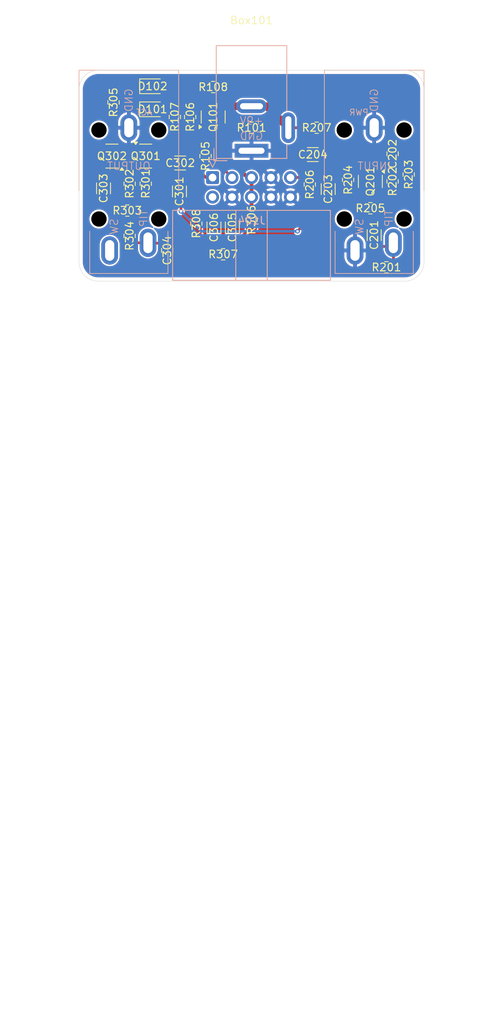
<source format=kicad_pcb>
(kicad_pcb (version 20241229) (generator "pcbnew") (generator_version "9.0")
  (layers (0 "F.Cu" jumper) (2 "B.Cu" signal) (13 "F.Paste" user) (15 "B.Paste" user) (5 "F.SilkS" user "F.Silkscreen") (7 "B.SilkS" user "B.Silkscreen") (1 "F.Mask" user) (3 "B.Mask" user) (25 "Edge.Cuts" user))
  (net 0 "")
  (net 1 "VIN")
  (net 2 "GND")
  (net 3 "IN^{EFF}")
  (net 4 "IN^{CONN}")
  (net 5 "OUT^{CONN}")
  (net 6 "PWRIN")
  (net 7 "Net-(C201-Pad2)")
  (net 8 "Net-(Q301A-D)")
  (net 9 "Net-(Q201A-G)")
  (net 10 "Net-(C303-Pad2)")
  (net 11 "OUT^{EFF}")
  (net 13 "BUFFERED")
  (net 14 "+VA")
  (net 15 "Net-(Q201B-D)")
  (net 16 "Net-(Q201B-S)")
  (net 17 "VBIAS")
  (net 18 "Net-(Q302A-D)")
  (net 19 "Net-(Q301B-D)")
  (net 20 "ON_LOW")
  (net 21 "Net-(Q101B-G)")
  (net 22 "Net-(Q101A-G)")
  (net 23 "GATE")
  (net 24 "Net-(Q301A-S)")
  (net 25 "Net-(Q301B-S)")
  (net 26 "ON_OFF")
  (net 28 "Net-(D101-A)")
  (net 29 "Net-(D102-A)")
  (net 30 "Net-(C305-Pad2)")
  (footprint "Package_TO_SOT_SMD:SOT-23-6" (layer "F.Cu") (at 115.5 57 -90)
    (property "Reference" "Q201" (at 0 0 90) (layer "F.SilkS"))
    (property "Value" "LS844")
    (fp_line (start 0 1.56) (end -0.8 1.56) (stroke (width 0.12)) (layer "F.SilkS"))
    (fp_line (start 0 1.56) (end 0.8 1.56) (stroke (width 0.12)) (layer "F.SilkS"))
    (fp_line (start 0 -1.56) (end -0.8 -1.56) (stroke (width 0.12)) (layer "F.SilkS"))
    (fp_line (start 0 -1.56) (end 0.8 -1.56) (stroke (width 0.12)) (layer "F.SilkS"))
    (fp_poly (pts (xy -1.3 -1.51) (xy -1.54 -1.84) (xy -1.06 -1.84)) (stroke (width 0.12)) (fill yes) (layer "F.SilkS"))
    (pad "1" smd roundrect (at -1.1375 -0.95 270) (size 1.325 0.6) (layers "F.Cu" "F.Mask" "F.Paste") (net 9 "Net-(Q201A-G)"))
    (pad "2" smd roundrect (at -1.1375 0 270) (size 1.325 0.6) (layers "F.Cu" "F.Mask" "F.Paste") (net 14 "+VA"))
    (pad "3" smd roundrect (at -1.1375 0.95 270) (size 1.325 0.6) (layers "F.Cu" "F.Mask" "F.Paste") (net 13 "BUFFERED"))
    (pad "4" smd roundrect (at 1.1375 0.95 270) (size 1.325 0.6) (layers "F.Cu" "F.Mask" "F.Paste") (net 2 "GND"))
    (pad "5" smd roundrect (at 1.1375 0 270) (size 1.325 0.6) (layers "F.Cu" "F.Mask" "F.Paste") (net 15 "Net-(Q201B-D)"))
    (pad "6" smd roundrect (at 1.1375 -0.95 270) (size 1.325 0.6) (layers "F.Cu" "F.Mask" "F.Paste") (net 16 "Net-(Q201B-S)"))
  )
  (footprint "Resistor_SMD:R_0805_2012Metric" (layer "F.Cu") (at 115.5 60.5 180)
    (property "Reference" "R205" (at 0 0 0) (layer "F.SilkS"))
    (property "Value" "2k2")
    (fp_line (start -0.227064 0.735) (end 0.227064 0.735) (stroke (width 0.12)) (layer "F.SilkS"))
    (fp_line (start -0.227064 -0.735) (end 0.227064 -0.735) (stroke (width 0.12)) (layer "F.SilkS"))
    (pad "1" smd roundrect (at -0.9125 0 180) (size 1.025 1.4) (layers "F.Cu" "F.Mask" "F.Paste") (roundrect_rratio 0.243902) (net 16 "Net-(Q201B-S)"))
    (pad "2" smd roundrect (at 0.9125 0 180) (size 1.025 1.4) (layers "F.Cu" "F.Mask" "F.Paste") (roundrect_rratio 0.243902) (net 2 "GND"))
  )
  (footprint "Capacitor_SMD:C_1206_3216Metric" (layer "F.Cu") (at 95.1 63 -90)
    (property "Reference" "C306" (at 0 0 90) (layer "F.SilkS"))
    (property "Value" "10uF")
    (fp_line (start -0.711252 0.91) (end 0.711252 0.91) (stroke (width 0.12)) (layer "F.SilkS"))
    (fp_line (start -0.711252 -0.91) (end 0.711252 -0.91) (stroke (width 0.12)) (layer "F.SilkS"))
    (pad "1" smd roundrect (at -1.475 0 270) (size 1.15 1.8) (layers "F.Cu" "F.Mask" "F.Paste") (roundrect_rratio 0.217391) (net 2 "GND"))
    (pad "2" smd roundrect (at 1.475 0 270) (size 1.15 1.8) (layers "F.Cu" "F.Mask" "F.Paste") (roundrect_rratio 0.217391) (net 17 "VBIAS"))
  )
  (footprint "Package_TO_SOT_SMD:TSOT-23-6" (layer "F.Cu") (at 95 48.6 90)
    (property "Reference" "Q101" (at 0 0 90) (layer "F.SilkS"))
    (property "Value" "DMC3071LVT")
    (fp_line (start 0 -1.56) (end 0.8 -1.56) (stroke (width 0.12)) (layer "F.SilkS"))
    (fp_line (start 0 -1.56) (end -0.8 -1.56) (stroke (width 0.12)) (layer "F.SilkS"))
    (fp_line (start 0 1.56) (end 0.8 1.56) (stroke (width 0.12)) (layer "F.SilkS"))
    (fp_line (start 0 1.56) (end -0.8 1.56) (stroke (width 0.12)) (layer "F.SilkS"))
    (fp_poly (pts (xy -1.3 -1.51) (xy -1.54 -1.84) (xy -1.06 -1.84)) (stroke (width 0.12)) (fill yes) (layer "F.SilkS"))
    (pad "1" smd roundrect (at -1.1375 -0.95 90) (size 1.325 0.6) (layers "F.Cu" "F.Mask" "F.Paste") (net 22 "Net-(Q101A-G)"))
    (pad "2" smd roundrect (at -1.1375 0 90) (size 1.325 0.6) (layers "F.Cu" "F.Mask" "F.Paste") (net 1 "VIN"))
    (pad "3" smd roundrect (at -1.1375 0.95 90) (size 1.325 0.6) (layers "F.Cu" "F.Mask" "F.Paste") (net 21 "Net-(Q101B-G)"))
    (pad "4" smd roundrect (at 1.1375 0.95 90) (size 1.325 0.6) (layers "F.Cu" "F.Mask" "F.Paste") (net 6 "PWRIN"))
    (pad "5" smd roundrect (at 1.1375 0 90) (size 1.325 0.6) (layers "F.Cu" "F.Mask" "F.Paste") (net 2 "GND"))
    (pad "6" smd roundrect (at 1.1375 -0.95 90) (size 1.325 0.6) (layers "F.Cu" "F.Mask" "F.Paste") (net 20 "ON_LOW"))
  )
  (footprint "Resistor_SMD:R_0805_2012Metric" (layer "F.Cu") (at 95 44.7 180)
    (property "Reference" "R108" (at 0 0 0) (layer "F.SilkS"))
    (property "Value" "2k2")
    (fp_line (start -0.227064 0.735) (end 0.227064 0.735) (stroke (width 0.12)) (layer "F.SilkS"))
    (fp_line (start -0.227064 -0.735) (end 0.227064 -0.735) (stroke (width 0.12)) (layer "F.SilkS"))
    (pad "1" smd roundrect (at -0.9125 0 180) (size 1.025 1.4) (layers "F.Cu" "F.Mask" "F.Paste") (roundrect_rratio 0.243902) (net 6 "PWRIN"))
    (pad "2" smd roundrect (at 0.9125 0 180) (size 1.025 1.4) (layers "F.Cu" "F.Mask" "F.Paste") (roundrect_rratio 0.243902) (net 29 "Net-(D102-A)"))
  )
  (footprint "Capacitor_SMD:C_1206_3216Metric" (layer "F.Cu") (at 80.7 57.9 -90)
    (property "Reference" "C303" (at 0 0 90) (layer "F.SilkS"))
    (property "Value" "4.7uF")
    (fp_line (start -0.711252 0.91) (end 0.711252 0.91) (stroke (width 0.12)) (layer "F.SilkS"))
    (fp_line (start -0.711252 -0.91) (end 0.711252 -0.91) (stroke (width 0.12)) (layer "F.SilkS"))
    (pad "1" smd roundrect (at -1.475 0 270) (size 1.15 1.8) (layers "F.Cu" "F.Mask" "F.Paste") (roundrect_rratio 0.217391) (net 18 "Net-(Q302A-D)"))
    (pad "2" smd roundrect (at 1.475 0 270) (size 1.15 1.8) (layers "F.Cu" "F.Mask" "F.Paste") (roundrect_rratio 0.217391) (net 10 "Net-(C303-Pad2)"))
  )
  (footprint "Resistor_SMD:R_0805_2012Metric" (layer "F.Cu") (at 112.6 56.8 -90)
    (property "Reference" "R204" (at 0 0 90) (layer "F.SilkS"))
    (property "Value" "2k2")
    (fp_line (start -0.227064 0.735) (end 0.227064 0.735) (stroke (width 0.12)) (layer "F.SilkS"))
    (fp_line (start -0.227064 -0.735) (end 0.227064 -0.735) (stroke (width 0.12)) (layer "F.SilkS"))
    (pad "1" smd roundrect (at -0.9125 0 270) (size 1.025 1.4) (layers "F.Cu" "F.Mask" "F.Paste") (roundrect_rratio 0.243902) (net 13 "BUFFERED"))
    (pad "2" smd roundrect (at 0.9125 0 270) (size 1.025 1.4) (layers "F.Cu" "F.Mask" "F.Paste") (roundrect_rratio 0.243902) (net 15 "Net-(Q201B-D)"))
  )
  (footprint "Resistor_SMD:R_0805_2012Metric" (layer "F.Cu") (at 84.1 64.1 -90)
    (property "Reference" "R304" (at 0 0 90) (layer "F.SilkS"))
    (property "Value" "1k")
    (fp_line (start -0.227064 0.735) (end 0.227064 0.735) (stroke (width 0.12)) (layer "F.SilkS"))
    (fp_line (start -0.227064 -0.735) (end 0.227064 -0.735) (stroke (width 0.12)) (layer "F.SilkS"))
    (pad "1" smd roundrect (at -0.9125 0 270) (size 1.025 1.4) (layers "F.Cu" "F.Mask" "F.Paste") (roundrect_rratio 0.243902) (net 10 "Net-(C303-Pad2)"))
    (pad "2" smd roundrect (at 0.9125 0 270) (size 1.025 1.4) (layers "F.Cu" "F.Mask" "F.Paste") (roundrect_rratio 0.243902) (net 5 "OUT^{CONN}"))
  )
  (footprint "Capacitor_SMD:C_0805_2012Metric" (layer "F.Cu") (at 118.4 53.4 90)
    (property "Reference" "C202" (at 0 0 90) (layer "F.SilkS"))
    (property "Value" "150pF")
    (fp_line (start -0.261252 -0.735) (end 0.261252 -0.735) (stroke (width 0.12)) (layer "F.SilkS"))
    (fp_line (start -0.261252 0.735) (end 0.261252 0.735) (stroke (width 0.12)) (layer "F.SilkS"))
    (pad "1" smd roundrect (at -0.95 0 90) (size 1 1.45) (layers "F.Cu" "F.Mask" "F.Paste") (net 9 "Net-(Q201A-G)"))
    (pad "2" smd roundrect (at 0.95 0 90) (size 1 1.45) (layers "F.Cu" "F.Mask" "F.Paste") (net 2 "GND"))
  )
  (footprint "Resistor_SMD:R_0805_2012Metric" (layer "F.Cu") (at 120.5 56.1 -90)
    (property "Reference" "R203" (at 0 0 90) (layer "F.SilkS"))
    (property "Value" "1MEG")
    (fp_line (start -0.227064 0.735) (end 0.227064 0.735) (stroke (width 0.12)) (layer "F.SilkS"))
    (fp_line (start -0.227064 -0.735) (end 0.227064 -0.735) (stroke (width 0.12)) (layer "F.SilkS"))
    (pad "1" smd roundrect (at -0.9125 0 270) (size 1.025 1.4) (layers "F.Cu" "F.Mask" "F.Paste") (roundrect_rratio 0.243902) (net 9 "Net-(Q201A-G)"))
    (pad "2" smd roundrect (at 0.9125 0 270) (size 1.025 1.4) (layers "F.Cu" "F.Mask" "F.Paste") (roundrect_rratio 0.243902) (net 15 "Net-(Q201B-D)"))
  )
  (footprint "Resistor_SMD:R_0805_2012Metric" (layer "F.Cu") (at 100 50)
    (property "Reference" "R101" (at 0 0 0) (layer "F.SilkS"))
    (property "Value" "100k")
    (fp_line (start -0.227064 -0.735) (end 0.227064 -0.735) (stroke (width 0.12)) (layer "F.SilkS"))
    (fp_line (start -0.227064 0.735) (end 0.227064 0.735) (stroke (width 0.12)) (layer "F.SilkS"))
    (pad "1" smd roundrect (at -0.9125 0) (size 1.025 1.4) (layers "F.Cu" "F.Mask" "F.Paste") (roundrect_rratio 0.243902) (net 21 "Net-(Q101B-G)"))
    (pad "2" smd roundrect (at 0.9125 0) (size 1.025 1.4) (layers "F.Cu" "F.Mask" "F.Paste") (roundrect_rratio 0.243902) (net 2 "GND"))
  )
  (footprint "LED_SMD:LED_0805_2012Metric" (layer "F.Cu") (at 87.1 44.6)
    (property "Reference" "D102" (at 0 0 0) (layer "F.SilkS"))
    (property "Value" "LED")
    (fp_line (start -1.685 -0.96) (end -1.685 0.96) (stroke (width 0.12)) (layer "F.SilkS"))
    (fp_line (start -1.685 0.96) (end 1 0.96) (stroke (width 0.12)) (layer "F.SilkS"))
    (fp_line (start 1 -0.96) (end -1.685 -0.96) (stroke (width 0.12)) (layer "F.SilkS"))
    (pad "1" smd roundrect (at -0.9375 0) (size 0.975 1.4) (layers "F.Cu" "F.Mask" "F.Paste") (net 20 "ON_LOW"))
    (pad "2" smd roundrect (at 0.9375 0) (size 0.975 1.4) (layers "F.Cu" "F.Mask" "F.Paste") (net 29 "Net-(D102-A)"))
  )
  (footprint "Resistor_SMD:R_0805_2012Metric" (layer "F.Cu") (at 96.3 66.5)
    (property "Reference" "R307" (at 0 0 0) (layer "F.SilkS"))
    (property "Value" "2k2")
    (fp_line (start -0.227064 -0.735) (end 0.227064 -0.735) (stroke (width 0.12)) (layer "F.SilkS"))
    (fp_line (start -0.227064 0.735) (end 0.227064 0.735) (stroke (width 0.12)) (layer "F.SilkS"))
    (pad "1" smd roundrect (at -0.9125 0) (size 1.025 1.4) (layers "F.Cu" "F.Mask" "F.Paste") (roundrect_rratio 0.243902) (net 17 "VBIAS"))
    (pad "2" smd roundrect (at 0.9125 0) (size 1.025 1.4) (layers "F.Cu" "F.Mask" "F.Paste") (roundrect_rratio 0.243902) (net 30 "Net-(C305-Pad2)"))
  )
  (footprint "Resistor_SMD:R_0805_2012Metric" (layer "F.Cu") (at 82 46.7 -90)
    (property "Reference" "R305" (at 0 0 90) (layer "F.SilkS"))
    (property "Value" "10MEG")
    (fp_line (start -0.227064 0.735) (end 0.227064 0.735) (stroke (width 0.12)) (layer "F.SilkS"))
    (fp_line (start -0.227064 -0.735) (end 0.227064 -0.735) (stroke (width 0.12)) (layer "F.SilkS"))
    (pad "1" smd roundrect (at -0.9125 0 270) (size 1.025 1.4) (layers "F.Cu" "F.Mask" "F.Paste") (roundrect_rratio 0.243902) (net 20 "ON_LOW"))
    (pad "2" smd roundrect (at 0.9125 0 270) (size 1.025 1.4) (layers "F.Cu" "F.Mask" "F.Paste") (roundrect_rratio 0.243902) (net 23 "GATE"))
  )
  (footprint "Capacitor_SMD:C_0805_2012Metric" (layer "F.Cu") (at 89 66 -90)
    (property "Reference" "C304" (at 0 0 90) (layer "F.SilkS"))
    (property "Value" "150pF")
    (fp_line (start -0.261252 0.735) (end 0.261252 0.735) (stroke (width 0.12)) (layer "F.SilkS"))
    (fp_line (start -0.261252 -0.735) (end 0.261252 -0.735) (stroke (width 0.12)) (layer "F.SilkS"))
    (pad "1" smd roundrect (at -0.95 0 270) (size 1 1.45) (layers "F.Cu" "F.Mask" "F.Paste") (net 5 "OUT^{CONN}"))
    (pad "2" smd roundrect (at 0.95 0 270) (size 1 1.45) (layers "F.Cu" "F.Mask" "F.Paste") (net 2 "GND"))
  )
  (footprint "Resistor_SMD:R_0805_2012Metric" (layer "F.Cu") (at 83.8 60.8 180)
    (property "Reference" "R303" (at 0 0 0) (layer "F.SilkS"))
    (property "Value" "1MEG")
    (fp_line (start -0.227064 0.735) (end 0.227064 0.735) (stroke (width 0.12)) (layer "F.SilkS"))
    (fp_line (start -0.227064 -0.735) (end 0.227064 -0.735) (stroke (width 0.12)) (layer "F.SilkS"))
    (pad "1" smd roundrect (at -0.9125 0 180) (size 1.025 1.4) (layers "F.Cu" "F.Mask" "F.Paste") (roundrect_rratio 0.243902) (net 2 "GND"))
    (pad "2" smd roundrect (at 0.9125 0 180) (size 1.025 1.4) (layers "F.Cu" "F.Mask" "F.Paste") (roundrect_rratio 0.243902) (net 10 "Net-(C303-Pad2)"))
  )
  (footprint "Capacitor_SMD:C_1206_3216Metric" (layer "F.Cu") (at 108 53.5 180)
    (property "Reference" "C204" (at 0 0 0) (layer "F.SilkS"))
    (property "Value" "22uF")
    (fp_line (start -0.711252 0.91) (end 0.711252 0.91) (stroke (width 0.12)) (layer "F.SilkS"))
    (fp_line (start -0.711252 -0.91) (end 0.711252 -0.91) (stroke (width 0.12)) (layer "F.SilkS"))
    (pad "1" smd roundrect (at -1.475 0 180) (size 1.15 1.8) (layers "F.Cu" "F.Mask" "F.Paste") (roundrect_rratio 0.217391) (net 14 "+VA"))
    (pad "2" smd roundrect (at 1.475 0 180) (size 1.15 1.8) (layers "F.Cu" "F.Mask" "F.Paste") (roundrect_rratio 0.217391) (net 2 "GND"))
  )
  (footprint "Capacitor_SMD:C_1206_3216Metric" (layer "F.Cu") (at 90.7 54.6 180)
    (property "Reference" "C302" (at 0 0 0) (layer "F.SilkS"))
    (property "Value" "4.7uF")
    (fp_line (start -0.711252 0.91) (end 0.711252 0.91) (stroke (width 0.12)) (layer "F.SilkS"))
    (fp_line (start -0.711252 -0.91) (end 0.711252 -0.91) (stroke (width 0.12)) (layer "F.SilkS"))
    (pad "1" smd roundrect (at -1.475 0 180) (size 1.15 1.8) (layers "F.Cu" "F.Mask" "F.Paste") (roundrect_rratio 0.217391) (net 11 "OUT^{EFF}"))
    (pad "2" smd roundrect (at 1.475 0 180) (size 1.15 1.8) (layers "F.Cu" "F.Mask" "F.Paste") (roundrect_rratio 0.217391) (net 19 "Net-(Q301B-D)"))
  )
  (footprint "Resistor_SMD:R_0805_2012Metric" (layer "F.Cu") (at 86.2 57.3 -90)
    (property "Reference" "R301" (at 0 0 90) (layer "F.SilkS"))
    (property "Value" "1MEG")
    (fp_line (start -0.227064 0.735) (end 0.227064 0.735) (stroke (width 0.12)) (layer "F.SilkS"))
    (fp_line (start -0.227064 -0.735) (end 0.227064 -0.735) (stroke (width 0.12)) (layer "F.SilkS"))
    (pad "1" smd roundrect (at -0.9125 0 270) (size 1.025 1.4) (layers "F.Cu" "F.Mask" "F.Paste") (roundrect_rratio 0.243902) (net 24 "Net-(Q301A-S)"))
    (pad "2" smd roundrect (at 0.9125 0 270) (size 1.025 1.4) (layers "F.Cu" "F.Mask" "F.Paste") (roundrect_rratio 0.243902) (net 17 "VBIAS"))
  )
  (footprint "Package_TO_SOT_SMD:TSOT-23-6" (layer "F.Cu") (at 86.1925 53.7)
    (property "Reference" "Q301" (at 0 0 0) (layer "F.SilkS"))
    (property "Value" "DMC3071LVT")
    (fp_line (start 0 -1.56) (end -0.8 -1.56) (stroke (width 0.12)) (layer "F.SilkS"))
    (fp_line (start 0 -1.56) (end 0.8 -1.56) (stroke (width 0.12)) (layer "F.SilkS"))
    (fp_line (start 0 1.56) (end -0.8 1.56) (stroke (width 0.12)) (layer "F.SilkS"))
    (fp_line (start 0 1.56) (end 0.8 1.56) (stroke (width 0.12)) (layer "F.SilkS"))
    (fp_poly (pts (xy -1.3 -1.51) (xy -1.54 -1.84) (xy -1.06 -1.84)) (stroke (width 0.12)) (fill yes) (layer "F.SilkS"))
    (pad "1" smd roundrect (at -1.1375 -0.95) (size 1.325 0.6) (layers "F.Cu" "F.Mask" "F.Paste") (net 23 "GATE"))
    (pad "2" smd roundrect (at -1.1375 0) (size 1.325 0.6) (layers "F.Cu" "F.Mask" "F.Paste") (net 25 "Net-(Q301B-S)"))
    (pad "3" smd roundrect (at -1.1375 0.95) (size 1.325 0.6) (layers "F.Cu" "F.Mask" "F.Paste") (net 23 "GATE"))
    (pad "4" smd roundrect (at 1.1375 0.95) (size 1.325 0.6) (layers "F.Cu" "F.Mask" "F.Paste") (net 19 "Net-(Q301B-D)"))
    (pad "5" smd roundrect (at 1.1375 0) (size 1.325 0.6) (layers "F.Cu" "F.Mask" "F.Paste") (net 24 "Net-(Q301A-S)"))
    (pad "6" smd roundrect (at 1.1375 -0.95) (size 1.325 0.6) (layers "F.Cu" "F.Mask" "F.Paste") (net 8 "Net-(Q301A-D)"))
  )
  (footprint "Package_TO_SOT_SMD:TSOT-23-6" (layer "F.Cu") (at 81.7925 53.7 180)
    (property "Reference" "Q302" (at 0 0 0) (layer "F.SilkS"))
    (property "Value" "DMC3071LVT")
    (fp_line (start 0 1.56) (end 0.8 1.56) (stroke (width 0.12)) (layer "F.SilkS"))
    (fp_line (start 0 1.56) (end -0.8 1.56) (stroke (width 0.12)) (layer "F.SilkS"))
    (fp_line (start 0 -1.56) (end 0.8 -1.56) (stroke (width 0.12)) (layer "F.SilkS"))
    (fp_line (start 0 -1.56) (end -0.8 -1.56) (stroke (width 0.12)) (layer "F.SilkS"))
    (fp_poly (pts (xy -1.3 -1.51) (xy -1.54 -1.84) (xy -1.06 -1.84)) (stroke (width 0.12)) (fill yes) (layer "F.SilkS"))
    (pad "1" smd roundrect (at -1.1375 -0.95 180) (size 1.325 0.6) (layers "F.Cu" "F.Mask" "F.Paste") (net 23 "GATE"))
    (pad "2" smd roundrect (at -1.1375 0 180) (size 1.325 0.6) (layers "F.Cu" "F.Mask" "F.Paste") (net 25 "Net-(Q301B-S)"))
    (pad "3" smd roundrect (at -1.1375 0.95 180) (size 1.325 0.6) (layers "F.Cu" "F.Mask" "F.Paste") (net 23 "GATE"))
    (pad "4" smd roundrect (at 1.1375 0.95 180) (size 1.325 0.6) (layers "F.Cu" "F.Mask" "F.Paste") (net 18 "Net-(Q302A-D)"))
    (pad "5" smd roundrect (at 1.1375 0 180) (size 1.325 0.6) (layers "F.Cu" "F.Mask" "F.Paste") (net 24 "Net-(Q301A-S)"))
    (pad "6" smd roundrect (at 1.1375 -0.95 180) (size 1.325 0.6) (layers "F.Cu" "F.Mask" "F.Paste") (net 18 "Net-(Q302A-D)"))
  )
  (footprint "Resistor_SMD:R_0805_2012Metric" (layer "F.Cu") (at 100 62 90)
    (property "Reference" "R306" (at 0 0 90) (layer "F.SilkS"))
    (property "Value" "2k2")
    (fp_line (start -0.227064 -0.735) (end 0.227064 -0.735) (stroke (width 0.12)) (layer "F.SilkS"))
    (fp_line (start -0.227064 0.735) (end 0.227064 0.735) (stroke (width 0.12)) (layer "F.SilkS"))
    (pad "1" smd roundrect (at -0.9125 0 90) (size 1.025 1.4) (layers "F.Cu" "F.Mask" "F.Paste") (roundrect_rratio 0.243902) (net 30 "Net-(C305-Pad2)"))
    (pad "2" smd roundrect (at 0.9125 0 90) (size 1.025 1.4) (layers "F.Cu" "F.Mask" "F.Paste") (roundrect_rratio 0.243902) (net 1 "VIN"))
  )
  (footprint "LED_SMD:LED_0805_2012Metric" (layer "F.Cu") (at 87.1 47.6)
    (property "Reference" "D101" (at 0 0 0) (layer "F.SilkS"))
    (property "Value" "LED")
    (fp_line (start -1.685 -0.96) (end -1.685 0.96) (stroke (width 0.12)) (layer "F.SilkS"))
    (fp_line (start -1.685 0.96) (end 1 0.96) (stroke (width 0.12)) (layer "F.SilkS"))
    (fp_line (start 1 -0.96) (end -1.685 -0.96) (stroke (width 0.12)) (layer "F.SilkS"))
    (pad "1" smd roundrect (at -0.9375 0) (size 0.975 1.4) (layers "F.Cu" "F.Mask" "F.Paste") (net 2 "GND"))
    (pad "2" smd roundrect (at 0.9375 0) (size 0.975 1.4) (layers "F.Cu" "F.Mask" "F.Paste") (net 28 "Net-(D101-A)"))
  )
  (footprint "Resistor_SMD:R_0805_2012Metric" (layer "F.Cu") (at 107.6 57.4 -90)
    (property "Reference" "R206" (at 0 0 90) (layer "F.SilkS"))
    (property "Value" "1MEG")
    (fp_line (start -0.227064 0.735) (end 0.227064 0.735) (stroke (width 0.12)) (layer "F.SilkS"))
    (fp_line (start -0.227064 -0.735) (end 0.227064 -0.735) (stroke (width 0.12)) (layer "F.SilkS"))
    (pad "1" smd roundrect (at -0.9125 0 270) (size 1.025 1.4) (layers "F.Cu" "F.Mask" "F.Paste") (roundrect_rratio 0.243902) (net 3 "IN^{EFF}"))
    (pad "2" smd roundrect (at 0.9125 0 270) (size 1.025 1.4) (layers "F.Cu" "F.Mask" "F.Paste") (roundrect_rratio 0.243902) (net 2 "GND"))
  )
  (footprint "Capacitor_SMD:C_1206_3216Metric" (layer "F.Cu") (at 116 64 90)
    (property "Reference" "C201" (at 0 0 90) (layer "F.SilkS"))
    (property "Value" "4.7uF")
    (fp_line (start -0.711252 -0.91) (end 0.711252 -0.91) (stroke (width 0.12)) (layer "F.SilkS"))
    (fp_line (start -0.711252 0.91) (end 0.711252 0.91) (stroke (width 0.12)) (layer "F.SilkS"))
    (pad "1" smd roundrect (at -1.475 0 90) (size 1.15 1.8) (layers "F.Cu" "F.Mask" "F.Paste") (roundrect_rratio 0.217391) (net 4 "IN^{CONN}"))
    (pad "2" smd roundrect (at 1.475 0 90) (size 1.15 1.8) (layers "F.Cu" "F.Mask" "F.Paste") (roundrect_rratio 0.217391) (net 7 "Net-(C201-Pad2)"))
  )
  (footprint "Resistor_SMD:R_0805_2012Metric" (layer "F.Cu") (at 84.1 57.3 90)
    (property "Reference" "R302" (at 0 0 90) (layer "F.SilkS"))
    (property "Value" "1MEG")
    (fp_line (start -0.227064 -0.735) (end 0.227064 -0.735) (stroke (width 0.12)) (layer "F.SilkS"))
    (fp_line (start -0.227064 0.735) (end 0.227064 0.735) (stroke (width 0.12)) (layer "F.SilkS"))
    (pad "1" smd roundrect (at -0.9125 0 90) (size 1.025 1.4) (layers "F.Cu" "F.Mask" "F.Paste") (roundrect_rratio 0.243902) (net 17 "VBIAS"))
    (pad "2" smd roundrect (at 0.9125 0 90) (size 1.025 1.4) (layers "F.Cu" "F.Mask" "F.Paste") (roundrect_rratio 0.243902) (net 25 "Net-(Q301B-S)"))
  )
  (footprint "Capacitor_SMD:C_1206_3216Metric" (layer "F.Cu") (at 110 58 90)
    (property "Reference" "C203" (at 0 0 90) (layer "F.SilkS"))
    (property "Value" "4.7uF")
    (fp_line (start -0.711252 -0.91) (end 0.711252 -0.91) (stroke (width 0.12)) (layer "F.SilkS"))
    (fp_line (start -0.711252 0.91) (end 0.711252 0.91) (stroke (width 0.12)) (layer "F.SilkS"))
    (pad "1" smd roundrect (at -1.475 0 90) (size 1.15 1.8) (layers "F.Cu" "F.Mask" "F.Paste") (roundrect_rratio 0.217391) (net 13 "BUFFERED"))
    (pad "2" smd roundrect (at 1.475 0 90) (size 1.15 1.8) (layers "F.Cu" "F.Mask" "F.Paste") (roundrect_rratio 0.217391) (net 3 "IN^{EFF}"))
  )
  (footprint "Resistor_SMD:R_0805_2012Metric" (layer "F.Cu") (at 92.8 62.5 -90)
    (property "Reference" "R308" (at 0 0 90) (layer "F.SilkS"))
    (property "Value" "4k7")
    (fp_line (start -0.227064 0.735) (end 0.227064 0.735) (stroke (width 0.12)) (layer "F.SilkS"))
    (fp_line (start -0.227064 -0.735) (end 0.227064 -0.735) (stroke (width 0.12)) (layer "F.SilkS"))
    (pad "1" smd roundrect (at -0.9125 0 270) (size 1.025 1.4) (layers "F.Cu" "F.Mask" "F.Paste") (roundrect_rratio 0.243902) (net 2 "GND"))
    (pad "2" smd roundrect (at 0.9125 0 270) (size 1.025 1.4) (layers "F.Cu" "F.Mask" "F.Paste") (roundrect_rratio 0.243902) (net 17 "VBIAS"))
  )
  (footprint "Resistor_SMD:R_0805_2012Metric" (layer "F.Cu") (at 92 48.6 90)
    (property "Reference" "R106" (at 0 0 90) (layer "F.SilkS"))
    (property "Value" "100k")
    (fp_line (start -0.227064 -0.735) (end 0.227064 -0.735) (stroke (width 0.12)) (layer "F.SilkS"))
    (fp_line (start -0.227064 0.735) (end 0.227064 0.735) (stroke (width 0.12)) (layer "F.SilkS"))
    (pad "1" smd roundrect (at -0.9125 0 90) (size 1.025 1.4) (layers "F.Cu" "F.Mask" "F.Paste") (roundrect_rratio 0.243902) (net 1 "VIN"))
    (pad "2" smd roundrect (at 0.9125 0 90) (size 1.025 1.4) (layers "F.Cu" "F.Mask" "F.Paste") (roundrect_rratio 0.243902) (net 20 "ON_LOW"))
  )
  (footprint "Resistor_SMD:R_0805_2012Metric" (layer "F.Cu") (at 118.4 57 90)
    (property "Reference" "R202" (at 0 0 90) (layer "F.SilkS"))
    (property "Value" "1k")
    (fp_line (start -0.227064 -0.735) (end 0.227064 -0.735) (stroke (width 0.12)) (layer "F.SilkS"))
    (fp_line (start -0.227064 0.735) (end 0.227064 0.735) (stroke (width 0.12)) (layer "F.SilkS"))
    (pad "1" smd roundrect (at -0.9125 0 90) (size 1.025 1.4) (layers "F.Cu" "F.Mask" "F.Paste") (roundrect_rratio 0.243902) (net 7 "Net-(C201-Pad2)"))
    (pad "2" smd roundrect (at 0.9125 0 90) (size 1.025 1.4) (layers "F.Cu" "F.Mask" "F.Paste") (roundrect_rratio 0.243902) (net 9 "Net-(Q201A-G)"))
  )
  (footprint "Capacitor_SMD:C_1206_3216Metric" (layer "F.Cu") (at 90.6 58.3 90)
    (property "Reference" "C301" (at 0 0 90) (layer "F.SilkS"))
    (property "Value" "4.7uF")
    (fp_line (start -0.711252 -0.91) (end 0.711252 -0.91) (stroke (width 0.12)) (layer "F.SilkS"))
    (fp_line (start -0.711252 0.91) (end 0.711252 0.91) (stroke (width 0.12)) (layer "F.SilkS"))
    (pad "1" smd roundrect (at -1.475 0 90) (size 1.15 1.8) (layers "F.Cu" "F.Mask" "F.Paste") (roundrect_rratio 0.217391) (net 13 "BUFFERED"))
    (pad "2" smd roundrect (at 1.475 0 90) (size 1.15 1.8) (layers "F.Cu" "F.Mask" "F.Paste") (roundrect_rratio 0.217391) (net 8 "Net-(Q301A-D)"))
  )
  (footprint "Capacitor_SMD:C_1206_3216Metric" (layer "F.Cu") (at 97.5 63 -90)
    (property "Reference" "C305" (at 0 0 90) (layer "F.SilkS"))
    (property "Value" "10uF")
    (fp_line (start -0.711252 0.91) (end 0.711252 0.91) (stroke (width 0.12)) (layer "F.SilkS"))
    (fp_line (start -0.711252 -0.91) (end 0.711252 -0.91) (stroke (width 0.12)) (layer "F.SilkS"))
    (pad "1" smd roundrect (at -1.475 0 270) (size 1.15 1.8) (layers "F.Cu" "F.Mask" "F.Paste") (roundrect_rratio 0.217391) (net 2 "GND"))
    (pad "2" smd roundrect (at 1.475 0 270) (size 1.15 1.8) (layers "F.Cu" "F.Mask" "F.Paste") (roundrect_rratio 0.217391) (net 30 "Net-(C305-Pad2)"))
  )
  (footprint "Mylib:125B" (layer "F.Cu") (at 100 100)
    (property "Reference" "Box101" (at 0 -64 0) (layer "F.SilkS") (effects (font (thickness 0.1))))
    (property "Value" "125B")
  )
  (footprint "Resistor_SMD:R_0805_2012Metric" (layer "F.Cu") (at 90 48.6 90)
    (property "Reference" "R107" (at 0 0 90) (layer "F.SilkS"))
    (property "Value" "2k2")
    (fp_line (start -0.227064 -0.735) (end 0.227064 -0.735) (stroke (width 0.12)) (layer "F.SilkS"))
    (fp_line (start -0.227064 0.735) (end 0.227064 0.735) (stroke (width 0.12)) (layer "F.SilkS"))
    (pad "1" smd roundrect (at -0.9125 0 90) (size 1.025 1.4) (layers "F.Cu" "F.Mask" "F.Paste") (roundrect_rratio 0.243902) (net 1 "VIN"))
    (pad "2" smd roundrect (at 0.9125 0 90) (size 1.025 1.4) (layers "F.Cu" "F.Mask" "F.Paste") (roundrect_rratio 0.243902) (net 28 "Net-(D101-A)"))
  )
  (footprint "Resistor_SMD:R_0805_2012Metric" (layer "F.Cu") (at 117.6 68.2 180)
    (property "Reference" "R201" (at 0 0 0) (layer "F.SilkS"))
    (property "Value" "1MEG")
    (fp_line (start -0.227064 0.735) (end 0.227064 0.735) (stroke (width 0.12)) (layer "F.SilkS"))
    (fp_line (start -0.227064 -0.735) (end 0.227064 -0.735) (stroke (width 0.12)) (layer "F.SilkS"))
    (pad "1" smd roundrect (at -0.9125 0 180) (size 1.025 1.4) (layers "F.Cu" "F.Mask" "F.Paste") (roundrect_rratio 0.243902) (net 4 "IN^{CONN}"))
    (pad "2" smd roundrect (at 0.9125 0 180) (size 1.025 1.4) (layers "F.Cu" "F.Mask" "F.Paste") (roundrect_rratio 0.243902) (net 2 "GND"))
  )
  (footprint "Resistor_SMD:R_0805_2012Metric" (layer "F.Cu") (at 108.5 50)
    (property "Reference" "R207" (at 0 0 0) (layer "F.SilkS"))
    (property "Value" "220R")
    (fp_line (start -0.227064 -0.735) (end 0.227064 -0.735) (stroke (width 0.12)) (layer "F.SilkS"))
    (fp_line (start -0.227064 0.735) (end 0.227064 0.735) (stroke (width 0.12)) (layer "F.SilkS"))
    (pad "1" smd roundrect (at -0.9125 0) (size 1.025 1.4) (layers "F.Cu" "F.Mask" "F.Paste") (roundrect_rratio 0.243902) (net 6 "PWRIN"))
    (pad "2" smd roundrect (at 0.9125 0) (size 1.025 1.4) (layers "F.Cu" "F.Mask" "F.Paste") (roundrect_rratio 0.243902) (net 14 "+VA"))
  )
  (footprint "Resistor_SMD:R_0805_2012Metric" (layer "F.Cu") (at 94 53.7 90)
    (property "Reference" "R105" (at 0 0 90) (layer "F.SilkS"))
    (property "Value" "100k")
    (fp_line (start -0.227064 -0.735) (end 0.227064 -0.735) (stroke (width 0.12)) (layer "F.SilkS"))
    (fp_line (start -0.227064 0.735) (end 0.227064 0.735) (stroke (width 0.12)) (layer "F.SilkS"))
    (pad "1" smd roundrect (at -0.9125 0 90) (size 1.025 1.4) (layers "F.Cu" "F.Mask" "F.Paste") (roundrect_rratio 0.243902) (net 26 "ON_OFF"))
    (pad "2" smd roundrect (at 0.9125 0 90) (size 1.025 1.4) (layers "F.Cu" "F.Mask" "F.Paste") (roundrect_rratio 0.243902) (net 22 "Net-(Q101A-G)"))
  )
  (footprint "Mylib:CK-6.35" (layer "B.Cu") (at 84 50 -90)
    (property "Reference" "J103" (hide yes))
    (property "Value" "AudioJack2_Ground" (hide yes))
    (fp_line (start -7.5 6.5) (end 8.2 6.5) (stroke (width 0.1)) (layer "B.SilkS"))
    (fp_line (start -7.5 6.5) (end -7.5 -6.5) (stroke (width 0.1)) (layer "B.SilkS"))
    (fp_line (start 13.5 5.1) (end 19 5.1) (stroke (width 0.1)) (layer "B.SilkS"))
    (fp_line (start 19 5.1) (end 19 -5.1) (stroke (width 0.1)) (layer "B.SilkS"))
    (fp_line (start 19 -5.1) (end 13.5 -5.1) (stroke (width 0.1)) (layer "B.SilkS"))
    (fp_line (start -7.5 -6.5) (end 8.2 -6.5) (stroke (width 0.1)) (layer "B.SilkS"))
    (fp_text user "GND" (at -2 0 90) (layer "B.SilkS") (effects (font (thickness 0.1)) (justify right mirror)))
    (fp_text user "SW" (at 14 2.5 90) (layer "B.SilkS") (effects (font (thickness 0.1)) (justify right top mirror)))
    (fp_text user "TIP" (at 13 -2.5 90) (layer "B.SilkS") (effects (font (thickness 0.1)) (justify right bottom mirror)))
    (pad "" np_thru_hole circle (at 0.3 -3.9 270) (size 2.54 2.54) (drill 2) (layers "*.Mask"))
    (pad "" np_thru_hole circle (at 0.3 3.9 270) (size 2.54 2.54) (drill 2) (layers "*.Mask"))
    (pad "" np_thru_hole circle (at 11.9 -3.9 270) (size 2.54 2.54) (drill 2) (layers "*.Mask"))
    (pad "" np_thru_hole circle (at 11.9 3.9 270) (size 2.54 2.54) (drill 2) (layers "*.Mask"))
    (pad "G" thru_hole oval (at 0 0 270) (size 3.5 2.2) (drill oval 2.5 1.2) (layers "*.Cu" "*.Mask") (net 2 "GND"))
    (pad "S" thru_hole oval (at 16 2.5 270) (size 3.7 2.2) (drill oval 2.7 1.2) (layers "*.Cu" "*.Mask"))
    (pad "T" thru_hole oval (at 15 -2.5 270) (size 3.7 2.2) (drill oval 2.7 1.2) (layers "*.Cu" "*.Mask") (net 5 "OUT^{CONN}"))
  )
  (footprint "Connector_BarrelJack:BarrelJack_Wuerth_6941xx301002" (layer "B.Cu") (at 100 53)
    (property "Reference" "J101" (hide yes))
    (property "Value" "Barrel_Jack_Switch")
    (fp_line (start -4.9 1.3) (end -4.9 -0.3) (stroke (width 0.12)) (layer "B.SilkS"))
    (fp_line (start -4.6 -13.7) (end -4.6 1) (stroke (width 0.12)) (layer "B.SilkS"))
    (fp_line (start -4.6 1) (end -2.5 1) (stroke (width 0.12)) (layer "B.SilkS"))
    (fp_line (start -3.2 1.3) (end -4.9 1.3) (stroke (width 0.12)) (layer "B.SilkS"))
    (fp_line (start 2.5 1) (end 4.6 1) (stroke (width 0.12)) (layer "B.SilkS"))
    (fp_line (start 4.6 -13.7) (end -4.6 -13.7) (stroke (width 0.12)) (layer "B.SilkS"))
    (fp_line (start 4.6 -5.2) (end 4.6 -13.7) (stroke (width 0.12)) (layer "B.SilkS"))
    (fp_line (start 4.6 1) (end 4.6 -0.8) (stroke (width 0.12)) (layer "B.SilkS"))
    (pad "1" thru_hole rect (at 0 0) (size 4.4 1.8) (drill oval 3.4 0.8) (layers "*.Cu" "*.Mask") (net 2 "GND"))
    (pad "2" thru_hole oval (at 0 -5.8) (size 4 1.8) (drill oval 3 0.8) (layers "*.Cu" "*.Mask") (net 6 "PWRIN"))
    (pad "3" thru_hole oval (at 4.8 -3 270) (size 4 1.8) (drill oval 3 0.8) (layers "*.Cu" "*.Mask") (net 6 "PWRIN"))
  )
  (footprint "Connector_IDC:IDC-Header_2x05_P2.54mm_Horizontal" (layer "B.Cu") (at 94.92 56.5 -90)
    (property "Reference" "J104" (at 5.6 -5.08 0) (layer "B.SilkS") (effects (justify mirror)))
    (property "Value" "Conn_02x05_Odd_Even")
    (fp_line (start 4.27 5.21) (end 13.39 5.21) (stroke (width 0.12)) (layer "B.SilkS"))
    (fp_line (start 13.39 5.21) (end 13.39 -15.37) (stroke (width 0.12)) (layer "B.SilkS"))
    (fp_line (start -2.35 0.5) (end -2.35 -0.5) (stroke (width 0.12)) (layer "B.SilkS"))
    (fp_line (start -1.35 0) (end -2.35 0.5) (stroke (width 0.12)) (layer "B.SilkS"))
    (fp_line (start -2.35 -0.5) (end -1.35 0) (stroke (width 0.12)) (layer "B.SilkS"))
    (fp_line (start 4.27 -3.03) (end 13.39 -3.03) (stroke (width 0.12)) (layer "B.SilkS"))
    (fp_line (start 4.27 -7.13) (end 13.39 -7.13) (stroke (width 0.12)) (layer "B.SilkS"))
    (fp_line (start 4.27 -15.37) (end 4.27 5.21) (stroke (width 0.12)) (layer "B.SilkS"))
    (fp_line (start 13.39 -15.37) (end 4.27 -15.37) (stroke (width 0.12)) (layer "B.SilkS"))
    (pad "1" thru_hole roundrect (at 0 0 270) (size 1.7 1.7) (drill 1) (layers "*.Cu" "*.Mask") (roundrect_rratio 0.147059) (net 11 "OUT^{EFF}"))
    (pad "2" thru_hole circle (at 2.54 0 270) (size 1.7 1.7) (drill 1) (layers "*.Cu" "*.Mask"))
    (pad "3" thru_hole circle (at 0 -2.54 270) (size 1.7 1.7) (drill 1) (layers "*.Cu" "*.Mask") (net 26 "ON_OFF"))
    (pad "4" thru_hole circle (at 2.54 -2.54 270) (size 1.7 1.7) (drill 1) (layers "*.Cu" "*.Mask") (net 2 "GND"))
    (pad "5" thru_hole circle (at 0 -5.08 270) (size 1.7 1.7) (drill 1) (layers "*.Cu" "*.Mask") (net 1 "VIN"))
    (pad "6" thru_hole circle (at 2.54 -5.08 270) (size 1.7 1.7) (drill 1) (layers "*.Cu" "*.Mask") (net 1 "VIN"))
    (pad "7" thru_hole circle (at 0 -7.62 270) (size 1.7 1.7) (drill 1) (layers "*.Cu" "*.Mask") (net 2 "GND"))
    (pad "8" thru_hole circle (at 2.54 -7.62 270) (size 1.7 1.7) (drill 1) (layers "*.Cu" "*.Mask") (net 2 "GND"))
    (pad "9" thru_hole circle (at 0 -10.16 270) (size 1.7 1.7) (drill 1) (layers "*.Cu" "*.Mask") (net 3 "IN^{EFF}"))
    (pad "10" thru_hole circle (at 2.54 -10.16 270) (size 1.7 1.7) (drill 1) (layers "*.Cu" "*.Mask") (net 2 "GND"))
  )
  (footprint "Mylib:CK-6.35" (layer "B.Cu") (at 116 50 -90)
    (property "Reference" "J102" (hide yes))
    (property "Value" "AudioJack2_Ground" (hide yes))
    (fp_line (start -7.5 6.5) (end 8.2 6.5) (stroke (width 0.1)) (layer "B.SilkS"))
    (fp_line (start -7.5 6.5) (end -7.5 -6.5) (stroke (width 0.1)) (layer "B.SilkS"))
    (fp_line (start 13.5 5.1) (end 19 5.1) (stroke (width 0.1)) (layer "B.SilkS"))
    (fp_line (start 19 5.1) (end 19 -5.1) (stroke (width 0.1)) (layer "B.SilkS"))
    (fp_line (start 19 -5.1) (end 13.5 -5.1) (stroke (width 0.1)) (layer "B.SilkS"))
    (fp_line (start -7.5 -6.5) (end 8.2 -6.5) (stroke (width 0.1)) (layer "B.SilkS"))
    (fp_text user "TIP" (at 13 -2.5 90) (layer "B.SilkS") (effects (font (thickness 0.1)) (justify right bottom mirror)))
    (fp_text user "SW" (at 14 2.5 90) (layer "B.SilkS") (effects (font (thickness 0.1)) (justify right top mirror)))
    (fp_text user "GND" (at -2 0 90) (layer "B.SilkS") (effects (font (thickness 0.1)) (justify right mirror)))
    (pad "" np_thru_hole circle (at 0.3 -3.9 270) (size 2.54 2.54) (drill 2) (layers "*.Mask"))
    (pad "" np_thru_hole circle (at 0.3 3.9 270) (size 2.54 2.54) (drill 2) (layers "*.Mask"))
    (pad "" np_thru_hole circle (at 11.9 -3.9 270) (size 2.54 2.54) (drill 2) (layers "*.Mask"))
    (pad "" np_thru_hole circle (at 11.9 3.9 270) (size 2.54 2.54) (drill 2) (layers "*.Mask"))
    (pad "G" thru_hole oval (at 0 0 270) (size 3.5 2.2) (drill oval 2.5 1.2) (layers "*.Cu" "*.Mask") (net 2 "GND"))
    (pad "S" thru_hole oval (at 16 2.5 270) (size 3.7 2.2) (drill oval 2.7 1.2) (layers "*.Cu" "*.Mask") (net 2 "GND"))
    (pad "T" thru_hole oval (at 15 -2.5 270) (size 3.7 2.2) (drill oval 2.7 1.2) (layers "*.Cu" "*.Mask") (net 4 "IN^{CONN}"))
  )
  (gr_line (start 80 42.5) (end 120 42.5) (stroke (width 0.05)) (layer "Edge.Cuts"))
  (gr_line (start 122.5 45) (end 122.5 67.5) (stroke (width 0.05)) (layer "Edge.Cuts"))
  (gr_arc (start 120 42.5) (mid 121.767767 43.232233) (end 122.5 45) (stroke (width 0.05)) (layer "Edge.Cuts"))
  (gr_arc (start 80 70) (mid 78.232233 69.267767) (end 77.5 67.5) (stroke (width 0.05)) (layer "Edge.Cuts"))
  (gr_line (start 120 70) (end 80 70) (stroke (width 0.05)) (layer "Edge.Cuts"))
  (gr_arc (start 122.5 67.5) (mid 121.767767 69.267767) (end 120 70) (stroke (width 0.05)) (layer "Edge.Cuts"))
  (gr_line (start 77.5 67.5) (end 77.5 45) (stroke (width 0.05)) (layer "Edge.Cuts"))
  (gr_arc (start 77.5 45) (mid 78.232233 43.232233) (end 80 42.5) (stroke (width 0.05)) (layer "Edge.Cuts"))
  (gr_text "ACT" (at 86 48 0) (layer "B.SilkS") (effects (font (size 0.8 0.8) (thickness 0.1)) (justify mirror)))
  (gr_text "INPUT" (at 116 55 0) (layer "B.SilkS") (effects (font (size 1 1) (thickness 0.1)) (justify mirror)))
  (gr_text "+9V" (at 100 48.5 0) (layer "B.SilkS") (effects (font (size 1 1) (thickness 0.1)) (justify top mirror)))
  (gr_text "GND" (at 100 50.5 0) (layer "B.SilkS") (effects (font (size 1 1) (thickness 0.1)) (justify top mirror)))
  (gr_text "PWR" (at 114 48 0) (layer "B.SilkS") (effects (font (size 0.8 0.8) (thickness 0.1)) (justify mirror)))
  (gr_text "OUTPUT" (at 84 55 0) (layer "B.SilkS") (effects (font (size 1 1) (thickness 0.1)) (justify mirror)))
  (segment (start 100 61.0875) (end 100 59.04) (width 0.5) (layer "F.Cu") (net 1))
  (segment (start 95 49.075001) (end 95 49.7375) (width 0.5) (layer "F.Cu") (net 1))
  (segment (start 95 52.002) (end 99.498 56.5) (width 0.5) (layer "F.Cu") (net 1))
  (segment (start 95 49.7375) (end 95 52.002) (width 0.5) (layer "F.Cu") (net 1))
  (segment (start 99.498 56.5) (end 100 56.5) (width 0.5) (layer "F.Cu") (net 1))
  (segment (start 90 49.5125) (end 92 49.5125) (width 0.5) (layer "F.Cu") (net 1))
  (segment (start 92.8385 48.674) (end 94.598999 48.674) (width 0.5) (layer "F.Cu") (net 1))
  (segment (start 92 49.5125) (end 92.8385 48.674) (width 0.5) (layer "F.Cu") (net 1))
  (segment (start 94.598999 48.674) (end 95 49.075001) (width 0.5) (layer "F.Cu") (net 1))
  (segment (start 100 59.04) (end 100 56.5) (width 0.5) (layer "F.Cu") (net 1))
  (segment (start 95 47.4625) (end 95 48.124999) (width 0.5) (layer "F.Cu") (net 2))
  (segment (start 95 48.124999) (end 95.549001 48.674) (width 0.5) (layer "F.Cu") (net 2))
  (segment (start 95.549001 48.674) (end 99.40158 48.674) (width 0.5) (layer "F.Cu") (net 2))
  (segment (start 100 49.27242) (end 100 53) (width 0.5) (layer "F.Cu") (net 2))
  (segment (start 99.40158 48.674) (end 100 49.27242) (width 0.5) (layer "F.Cu") (net 2))
  (segment (start 105.0925 56.4875) (end 105.08 56.5) (width 0.35) (layer "F.Cu") (net 3))
  (segment (start 110 56.525) (end 107.6375 56.525) (width 0.35) (layer "F.Cu") (net 3))
  (segment (start 107.6375 56.525) (end 107.6 56.4875) (width 0.35) (layer "F.Cu") (net 3))
  (segment (start 107.6 56.4875) (end 105.0925 56.4875) (width 0.35) (layer "F.Cu") (net 3))
  (segment (start 118.5125 65.0125) (end 118.5 65) (width 0.35) (layer "F.Cu") (net 4))
  (segment (start 116 65.475) (end 118.025 65.475) (width 0.35) (layer "F.Cu") (net 4))
  (segment (start 118.5125 68.2) (end 118.5125 65.0125) (width 0.35) (layer "F.Cu") (net 4))
  (segment (start 118.025 65.475) (end 118.5 65) (width 0.35) (layer "F.Cu") (net 4))
  (segment (start 86.5 65) (end 84.1125 65) (width 0.35) (layer "F.Cu") (net 5))
  (segment (start 86.55 65.05) (end 86.5 65) (width 0.35) (layer "F.Cu") (net 5))
  (segment (start 89 65.05) (end 86.55 65.05) (width 0.35) (layer "F.Cu") (net 5))
  (segment (start 84.1125 65) (end 84.1 65.0125) (width 0.35) (layer "F.Cu") (net 5))
  (segment (start 100 47.2) (end 96.2125 47.2) (width 1) (layer "F.Cu") (net 6))
  (segment (start 107.5875 50) (end 104.8 50) (width 0.35) (layer "F.Cu") (net 6))
  (segment (start 100 47.2) (end 102 47.2) (width 1) (layer "F.Cu") (net 6))
  (segment (start 96.2125 47.2) (end 95.95 47.4625) (width 1) (layer "F.Cu") (net 6))
  (segment (start 95.95 47.4625) (end 95.95 44.7375) (width 0.35) (layer "F.Cu") (net 6))
  (segment (start 102 47.2) (end 104.8 50) (width 1) (layer "F.Cu") (net 6))
  (segment (start 95.95 44.7375) (end 95.9125 44.7) (width 0.35) (layer "F.Cu") (net 6))
  (segment (start 116 62.525) (end 118.4 60.125) (width 0.35) (layer "F.Cu") (net 7))
  (segment (start 118.4 60.125) (end 118.4 57.9125) (width 0.35) (layer "F.Cu") (net 7))
  (segment (start 89.171514 52.75) (end 87.33 52.75) (width 0.35) (layer "F.Cu") (net 8))
  (segment (start 90.6 54.178486) (end 89.171514 52.75) (width 0.35) (layer "F.Cu") (net 8))
  (segment (start 90.6 56.825) (end 90.6 54.178486) (width 0.35) (layer "F.Cu") (net 8))
  (segment (start 118.4 55.2) (end 118.4 54.35) (width 0.35) (layer "F.Cu") (net 9))
  (segment (start 118.4 56.0875) (end 118.4 55.2) (width 0.35) (layer "F.Cu") (net 9))
  (segment (start 120.5 55.1875) (end 118.4125 55.1875) (width 0.35) (layer "F.Cu") (net 9))
  (segment (start 118.4125 55.1875) (end 118.4 55.2) (width 0.35) (layer "F.Cu") (net 9))
  (segment (start 116.675 56.0875) (end 116.45 55.8625) (width 0.35) (layer "F.Cu") (net 9))
  (segment (start 118.4 56.0875) (end 116.675 56.0875) (width 0.35) (layer "F.Cu") (net 9))
  (segment (start 82.125 60.8) (end 80.7 59.375) (width 0.35) (layer "F.Cu") (net 10))
  (segment (start 84.1 62.0125) (end 82.8875 60.8) (width 0.35) (layer "F.Cu") (net 10))
  (segment (start 82.8875 60.8) (end 82.125 60.8) (width 0.35) (layer "F.Cu") (net 10))
  (segment (start 84.1 63.1875) (end 84.1 62.0125) (width 0.35) (layer "F.Cu") (net 10))
  (segment (start 94.92 56.5) (end 94.075 56.5) (width 0.35) (layer "F.Cu") (net 11))
  (segment (start 94.075 56.5) (end 92.175 54.6) (width 0.35) (layer "F.Cu") (net 11))
  (segment (start 90.8 60.9) (end 90.8 59.975) (width 0.35) (layer "F.Cu") (net 13))
  (segment (start 106 63.475) (end 106 63.5) (width 0.35) (layer "F.Cu") (net 13))
  (segment (start 112.625 55.8625) (end 112.6 55.8875) (width 0.35) (layer "F.Cu") (net 13))
  (segment (start 90.8 59.975) (end 90.6 59.775) (width 0.35) (layer "F.Cu") (net 13))
  (segment (start 110 58.4875) (end 110 59.475) (width 0.35) (layer "F.Cu") (net 13))
  (segment (start 112.6 55.8875) (end 110 58.4875) (width 0.35) (layer "F.Cu") (net 13))
  (segment (start 110 59.475) (end 106 63.475) (width 0.35) (layer "F.Cu") (net 13))
  (segment (start 114.55 55.8625) (end 112.625 55.8625) (width 0.35) (layer "F.Cu") (net 13))
  (via (at 106 63.5) (size 0.6) (drill 0.3) (layers "F.Cu" "B.Cu") (net 13))
  (via (at 90.8 60.9) (size 0.6) (drill 0.3) (layers "F.Cu" "B.Cu") (net 13))
  (segment (start 106 63.5) (end 93.4 63.5) (width 0.35) (layer "B.Cu") (net 13))
  (segment (start 93.4 63.5) (end 90.8 60.9) (width 0.35) (layer "B.Cu") (net 13))
  (segment (start 109.475 53.5) (end 113.799999 53.5) (width 0.35) (layer "F.Cu") (net 14))
  (segment (start 109.4125 53.4375) (end 109.475 53.5) (width 0.35) (layer "F.Cu") (net 14))
  (segment (start 115.5 55.200001) (end 115.5 55.8625) (width 0.35) (layer "F.Cu") (net 14))
  (segment (start 113.799999 53.5) (end 115.5 55.200001) (width 0.35) (layer "F.Cu") (net 14))
  (segment (start 109.4125 50) (end 109.4125 53.4375) (width 0.35) (layer "F.Cu") (net 14))
  (segment (start 115.5 57.475001) (end 115.173999 57.149) (width 0.35) (layer "F.Cu") (net 15))
  (segment (start 115.962501 57.0125) (end 115.5 57.475001) (width 0.35) (layer "F.Cu") (net 15))
  (segment (start 120.5 57.0125) (end 115.962501 57.0125) (width 0.35) (layer "F.Cu") (net 15))
  (segment (start 115.5 58.1375) (end 115.5 57.475001) (width 0.35) (layer "F.Cu") (net 15))
  (segment (start 113.1635 57.149) (end 112.6 57.7125) (width 0.35) (layer "F.Cu") (net 15))
  (segment (start 115.173999 57.149) (end 113.1635 57.149) (width 0.35) (layer "F.Cu") (net 15))
  (segment (start 116.4125 58.175) (end 116.45 58.1375) (width 0.35) (layer "F.Cu") (net 16))
  (segment (start 116.4125 60.5) (end 116.4125 58.175) (width 0.35) (layer "F.Cu") (net 16))
  (segment (start 95.3875 64.7625) (end 95.1 64.475) (width 0.35) (layer "F.Cu") (net 17))
  (segment (start 93.8625 64.475) (end 92.8 63.4125) (width 0.35) (layer "F.Cu") (net 17))
  (segment (start 92.8 63.4125) (end 91.7125 63.4125) (width 0.35) (layer "F.Cu") (net 17))
  (segment (start 95.1 64.475) (end 93.8625 64.475) (width 0.35) (layer "F.Cu") (net 17))
  (segment (start 86.5125 58.2125) (end 86.2 58.2125) (width 0.35) (layer "F.Cu") (net 17))
  (segment (start 95.3875 66.5) (end 95.3875 64.7625) (width 0.35) (layer "F.Cu") (net 17))
  (segment (start 86.2 58.2125) (end 84.1 58.2125) (width 0.35) (layer "F.Cu") (net 17))
  (segment (start 91.7125 63.4125) (end 86.5125 58.2125) (width 0.35) (layer "F.Cu") (net 17))
  (segment (start 80.265178 54.65) (end 79.6665 54.051322) (width 0.35) (layer "F.Cu") (net 18))
  (segment (start 80.655 54.65) (end 80.655 56.38) (width 0.35) (layer "F.Cu") (net 18))
  (segment (start 79.6665 54.051322) (end 79.6665 53.348678) (width 0.35) (layer "F.Cu") (net 18))
  (segment (start 79.6665 53.348678) (end 80.265178 52.75) (width 0.35) (layer "F.Cu") (net 18))
  (segment (start 80.655 56.38) (end 80.7 56.425) (width 0.35) (layer "F.Cu") (net 18))
  (segment (start 80.265178 52.75) (end 80.655 52.75) (width 0.35) (layer "F.Cu") (net 18))
  (segment (start 80.655 54.65) (end 80.265178 54.65) (width 0.35) (layer "F.Cu") (net 18))
  (segment (start 89.175 54.65) (end 89.225 54.6) (width 0.35) (layer "F.Cu") (net 19))
  (segment (start 87.33 54.65) (end 89.175 54.65) (width 0.35) (layer "F.Cu") (net 19))
  (segment (start 83.1875 44.6) (end 86.1625 44.6) (width 0.35) (layer "F.Cu") (net 20))
  (segment (start 93.825 47.6875) (end 94.05 47.4625) (width 0.35) (layer "F.Cu") (net 20))
  (segment (start 87.1885 45.626) (end 86.1625 44.6) (width 0.35) (layer "F.Cu") (net 20))
  (segment (start 92 47.6875) (end 89.9385 45.626) (width 0.35) (layer "F.Cu") (net 20))
  (segment (start 92 47.6875) (end 93.825 47.6875) (width 0.35) (layer "F.Cu") (net 20))
  (segment (start 82 45.7875) (end 83.1875 44.6) (width 0.35) (layer "F.Cu") (net 20))
  (segment (start 89.9385 45.626) (end 87.1885 45.626) (width 0.35) (layer "F.Cu") (net 20))
  (segment (start 96.2125 50) (end 95.95 49.7375) (width 0.35) (layer "F.Cu") (net 21))
  (segment (start 99.0875 50) (end 96.2125 50) (width 0.35) (layer "F.Cu") (net 21))
  (segment (start 94 49.7875) (end 94.05 49.7375) (width 0.35) (layer "F.Cu") (net 22))
  (segment (start 94 52.7875) (end 94 49.7875) (width 0.35) (layer "F.Cu") (net 22))
  (segment (start 82 51.82) (end 82.93 52.75) (width 0.35) (layer "F.Cu") (net 23))
  (segment (start 82.646244 52.75) (end 82.0165 53.379744) (width 0.2) (layer "F.Cu") (net 23))
  (segment (start 82.0165 53.379744) (end 82.0165 54.020256) (width 0.2) (layer "F.Cu") (net 23))
  (segment (start 85.338756 54.65) (end 85.9685 54.020256) (width 0.2) (layer "F.Cu") (net 23))
  (segment (start 85.338756 52.75) (end 85.055 52.75) (width 0.2) (layer "F.Cu") (net 23))
  (segment (start 85.9685 53.379744) (end 85.338756 52.75) (width 0.2) (layer "F.Cu") (net 23))
  (segment (start 82.0165 54.020256) (end 82.646244 54.65) (width 0.2) (layer "F.Cu") (net 23))
  (segment (start 82.646244 54.65) (end 82.93 54.65) (width 0.2) (layer "F.Cu") (net 23))
  (segment (start 85.055 52.75) (end 82.93 52.75) (width 0.2) (layer "F.Cu") (net 23))
  (segment (start 85.9685 54.020256) (end 85.9685 53.379744) (width 0.2) (layer "F.Cu") (net 23))
  (segment (start 82.93 52.75) (end 82.646244 52.75) (width 0.2) (layer "F.Cu") (net 23))
  (segment (start 82 47.6125) (end 82 51.82) (width 0.35) (layer "F.Cu") (net 23))
  (segment (start 85.055 54.65) (end 85.338756 54.65) (width 0.2) (layer "F.Cu") (net 23))
  (segment (start 86.2 56.3875) (end 85.3615 57.226) (width 0.35) (layer "F.Cu") (net 24))
  (segment (start 83.404486 57.226) (end 81.696894 55.518408) (width 0.35) (layer "F.Cu") (net 24))
  (segment (start 81.696894 55.518408) (end 81.696894 54.303105) (width 0.35) (layer "F.Cu") (net 24))
  (segment (start 86.940178 53.7) (end 87.33 53.7) (width 0.35) (layer "F.Cu") (net 24))
  (segment (start 85.3615 57.226) (end 83.404486 57.226) (width 0.35) (layer "F.Cu") (net 24))
  (segment (start 81.093789 53.7) (end 80.655 53.7) (width 0.35) (layer "F.Cu") (net 24))
  (segment (start 81.696894 54.303105) (end 81.093789 53.7) (width 0.35) (layer "F.Cu") (net 24))
  (segment (start 86.2 54.440178) (end 86.940178 53.7) (width 0.35) (layer "F.Cu") (net 24))
  (segment (start 86.2 56.3875) (end 86.2 54.440178) (width 0.35) (layer "F.Cu") (net 24))
  (segment (start 82.93 53.7) (end 84 53.7) (width 0.35) (layer "F.Cu") (net 25))
  (segment (start 84 53.7) (end 85.055 53.7) (width 0.35) (layer "F.Cu") (net 25))
  (segment (start 84 53.7) (end 84 56.2875) (width 0.35) (layer "F.Cu") (net 25))
  (segment (start 84 56.2875) (end 84.1 56.3875) (width 0.35) (layer "F.Cu") (net 25))
  (segment (start 97.46 56.5) (end 95.5725 54.6125) (width 0.35) (layer "F.Cu") (net 26))
  (segment (start 95.5725 54.6125) (end 94 54.6125) (width 0.35) (layer "F.Cu") (net 26))
  (segment (start 89.9125 47.6) (end 90 47.6875) (width 0.35) (layer "F.Cu") (net 28))
  (segment (start 88.0375 47.6) (end 89.9125 47.6) (width 0.35) (layer "F.Cu") (net 28))
  (segment (start 94.0875 44.7) (end 88.1375 44.7) (width 0.35) (layer "F.Cu") (net 29))
  (segment (start 88.1375 44.7) (end 88.0375 44.6) (width 0.35) (layer "F.Cu") (net 29))
  (segment (start 97.2125 66.5) (end 97.2125 64.7625) (width 0.35) (layer "F.Cu") (net 30))
  (segment (start 97.5 64.475) (end 98.4375 64.475) (width 0.35) (layer "F.Cu") (net 30))
  (segment (start 97.2125 64.7625) (end 97.5 64.475) (width 0.35) (layer "F.Cu") (net 30))
  (segment (start 98.4375 64.475) (end 100 62.9125) (width 0.35) (layer "F.Cu") (net 30))
  (zone (net 2) (net_name "GND") (layers "F.Cu" "B.Cu") (connect_pads (clearance 0.2)) (min_thickness 0.2) (fill yes (thermal_gap 0.3) (thermal_bridge_width 0.5))
    (polygon (pts (xy 67.5 40) (xy 132.5 40) (xy 132.5 72.5) (xy 67.5 72.5)))
  )
)
</source>
